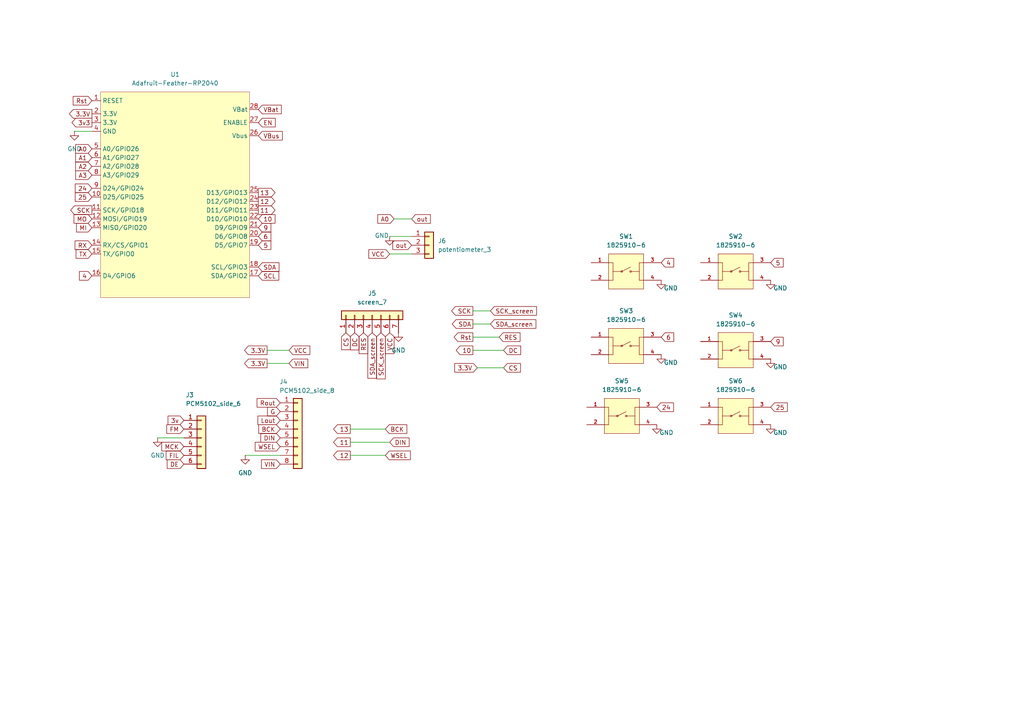
<source format=kicad_sch>
(kicad_sch (version 20250114) (generator "eeschema") (generator_version "9.0")
  (paper "A4")
  (lib_symbols
    (symbol "1825910-6:1825910-6" (pin_names (offset 1.016))
      (property "Reference" "SW" (at -5.0897 5.8532 0))
      (property "Value" "1825910-6" (at -5.0883 -7.6325 0))
      (symbol "1825910-6_0_0"
        (polyline (pts (xy -5.08 2.54) (xy -3.81 2.54)) (stroke (width 0.127)))
        (rectangle (start -5.08 -5.08) (end 5.08 5.08) (stroke (width 0.127)) (fill (type background)))
        (polyline (pts (xy -3.81 2.54) (xy -3.81 0)) (stroke (width 0.127)))
        (polyline (pts (xy -3.81 0) (xy -3.81 -2.54)) (stroke (width 0.127)))
        (polyline (pts (xy -3.81 0) (xy -1.27 0)) (stroke (width 0.127)))
        (polyline (pts (xy -3.81 -2.54) (xy -5.08 -2.54)) (stroke (width 0.127)))
        (circle (center -1.27 0) (radius 0.254) (stroke (width 0.127)))
        (polyline (pts (xy -1.27 0) (xy 1.27 1.27)) (stroke (width 0.127)))
        (polyline (pts (xy 1.27 0) (xy 3.81 0)) (stroke (width 0.127)))
        (circle (center 1.27 0) (radius 0.254) (stroke (width 0.127)))
        (polyline (pts (xy 3.81 2.54) (xy 5.08 2.54)) (stroke (width 0.127)))
        (polyline (pts (xy 3.81 0) (xy 3.81 2.54)) (stroke (width 0.127)))
        (polyline (pts (xy 3.81 0) (xy 3.81 -2.54)) (stroke (width 0.127)))
        (polyline (pts (xy 3.81 -2.54) (xy 5.08 -2.54)) (stroke (width 0.127)))
        (pin passive line (at -10.16 2.54 0) (length 5.08) (name "~") (number "1"))
        (pin passive line (at -10.16 -2.54 0) (length 5.08) (name "~") (number "2"))
        (pin passive line (at 10.16 2.54 180) (length 5.08) (name "~") (number "3"))
        (pin passive line (at 10.16 -2.54 180) (length 5.08) (name "~") (number "4"))
      )
    )
    (symbol "Adafruit-Feather-RP2040:Adafruit-Feather-RP2040"
      (property "Reference" "U" (at -0.127 33.528 0))
      (property "Value" "Adafruit-Feather-RP2040" (at 0 31.75 0))
      (symbol "Adafruit-Feather-RP2040_0_1"
        (rectangle (start -21.59 30.48) (end 21.59 -29.21) (stroke (width 0.001)) (fill (type background)))
      )
      (symbol "Adafruit-Feather-RP2040_1_1"
        (pin input line (at -24.13 27.94 0) (length 2.54) (name "RESET") (number "1"))
        (pin power_out line (at -24.13 24.13 0) (length 2.54) (name "3.3V") (number "2"))
        (pin power_out line (at -24.13 21.59 0) (length 2.54) (name "3.3V") (number "3"))
        (pin power_out line (at -24.13 19.05 0) (length 2.54) (name "GND") (number "4"))
        (pin bidirectional line (at -24.13 13.97 0) (length 2.54) (name "A0/GPIO26") (number "5"))
        (pin bidirectional line (at -24.13 11.43 0) (length 2.54) (name "A1/GPIO27") (number "6"))
        (pin bidirectional line (at -24.13 8.89 0) (length 2.54) (name "A2/GPIO28") (number "7"))
        (pin bidirectional line (at -24.13 6.35 0) (length 2.54) (name "A3/GPIO29") (number "8"))
        (pin bidirectional line (at -24.13 2.54 0) (length 2.54) (name "D24/GPIO24") (number "9"))
        (pin bidirectional line (at -24.13 0 0) (length 2.54) (name "D25/GPIO25") (number "10"))
        (pin bidirectional line (at -24.13 -3.81 0) (length 2.54) (name "SCK/GPIO18") (number "11"))
        (pin bidirectional line (at -24.13 -6.35 0) (length 2.54) (name "MOSI/GPIO19") (number "12"))
        (pin bidirectional line (at -24.13 -8.89 0) (length 2.54) (name "MISO/GPIO20") (number "13"))
        (pin bidirectional line (at -24.13 -13.97 0) (length 2.54) (name "RX/CS/GPIO1") (number "14"))
        (pin bidirectional line (at -24.13 -16.51 0) (length 2.54) (name "TX/GPIO0") (number "15"))
        (pin bidirectional line (at -24.13 -22.86 0) (length 2.54) (name "D4/GPIO6") (number "16"))
        (pin input line (at 24.13 25.4 180) (length 2.54) (name "VBat") (number "28"))
        (pin input line (at 24.13 21.59 180) (length 2.54) (name "ENABLE") (number "27"))
        (pin power_out line (at 24.13 17.78 180) (length 2.54) (name "Vbus") (number "26"))
        (pin bidirectional line (at 24.13 1.27 180) (length 2.54) (name "D13/GPIO13") (number "25"))
        (pin bidirectional line (at 24.13 -1.27 180) (length 2.54) (name "D12/GPIO12") (number "24"))
        (pin bidirectional line (at 24.13 -3.81 180) (length 2.54) (name "D11/GPIO11") (number "23"))
        (pin bidirectional line (at 24.13 -6.35 180) (length 2.54) (name "D10/GPIO10") (number "22"))
        (pin bidirectional line (at 24.13 -8.89 180) (length 2.54) (name "D9/GPIO9") (number "21"))
        (pin bidirectional line (at 24.13 -11.43 180) (length 2.54) (name "D6/GPIO8") (number "20"))
        (pin bidirectional line (at 24.13 -13.97 180) (length 2.54) (name "D5/GPIO7") (number "19"))
        (pin bidirectional line (at 24.13 -20.32 180) (length 2.54) (name "SCL/GPIO3") (number "18"))
        (pin bidirectional line (at 24.13 -22.86 180) (length 2.54) (name "SDA/GPIO2") (number "17"))
      )
    )
    (symbol "Connector_Generic:Conn_01x03" (pin_names (offset 1.016) (hide yes))
      (property "Reference" "J" (at 0 5.08 0))
      (property "Value" "Conn_01x03" (at 0 -5.08 0))
      (symbol "Conn_01x03_1_1"
        (rectangle (start -1.27 3.81) (end 1.27 -3.81) (stroke (width 0.254)) (fill (type background)))
        (rectangle (start -1.27 2.667) (end 0 2.413) (stroke (width 0.1524)))
        (rectangle (start -1.27 0.127) (end 0 -0.127) (stroke (width 0.1524)))
        (rectangle (start -1.27 -2.413) (end 0 -2.667) (stroke (width 0.1524)))
        (pin passive line (at -5.08 2.54 0) (length 3.81) (name "Pin_1") (number "1"))
        (pin passive line (at -5.08 0 0) (length 3.81) (name "Pin_2") (number "2"))
        (pin passive line (at -5.08 -2.54 0) (length 3.81) (name "Pin_3") (number "3"))
      )
    )
    (symbol "Connector_Generic:Conn_01x06" (pin_names (offset 1.016) (hide yes))
      (property "Reference" "J" (at 0 7.62 0))
      (property "Value" "Conn_01x06" (at 0 -10.16 0))
      (symbol "Conn_01x06_1_1"
        (rectangle (start -1.27 6.35) (end 1.27 -8.89) (stroke (width 0.254)) (fill (type background)))
        (rectangle (start -1.27 5.207) (end 0 4.953) (stroke (width 0.1524)))
        (rectangle (start -1.27 2.667) (end 0 2.413) (stroke (width 0.1524)))
        (rectangle (start -1.27 0.127) (end 0 -0.127) (stroke (width 0.1524)))
        (rectangle (start -1.27 -2.413) (end 0 -2.667) (stroke (width 0.1524)))
        (rectangle (start -1.27 -4.953) (end 0 -5.207) (stroke (width 0.1524)))
        (rectangle (start -1.27 -7.493) (end 0 -7.747) (stroke (width 0.1524)))
        (pin passive line (at -5.08 5.08 0) (length 3.81) (name "Pin_1") (number "1"))
        (pin passive line (at -5.08 2.54 0) (length 3.81) (name "Pin_2") (number "2"))
        (pin passive line (at -5.08 0 0) (length 3.81) (name "Pin_3") (number "3"))
        (pin passive line (at -5.08 -2.54 0) (length 3.81) (name "Pin_4") (number "4"))
        (pin passive line (at -5.08 -5.08 0) (length 3.81) (name "Pin_5") (number "5"))
        (pin passive line (at -5.08 -7.62 0) (length 3.81) (name "Pin_6") (number "6"))
      )
    )
    (symbol "Connector_Generic:Conn_01x07" (pin_names (offset 1.016) (hide yes))
      (property "Reference" "J" (at 0 10.16 0))
      (property "Value" "Conn_01x07" (at 0 -10.16 0))
      (symbol "Conn_01x07_1_1"
        (rectangle (start -1.27 8.89) (end 1.27 -8.89) (stroke (width 0.254)) (fill (type background)))
        (rectangle (start -1.27 7.747) (end 0 7.493) (stroke (width 0.1524)))
        (rectangle (start -1.27 5.207) (end 0 4.953) (stroke (width 0.1524)))
        (rectangle (start -1.27 2.667) (end 0 2.413) (stroke (width 0.1524)))
        (rectangle (start -1.27 0.127) (end 0 -0.127) (stroke (width 0.1524)))
        (rectangle (start -1.27 -2.413) (end 0 -2.667) (stroke (width 0.1524)))
        (rectangle (start -1.27 -4.953) (end 0 -5.207) (stroke (width 0.1524)))
        (rectangle (start -1.27 -7.493) (end 0 -7.747) (stroke (width 0.1524)))
        (pin passive line (at -5.08 7.62 0) (length 3.81) (name "Pin_1") (number "1"))
        (pin passive line (at -5.08 5.08 0) (length 3.81) (name "Pin_2") (number "2"))
        (pin passive line (at -5.08 2.54 0) (length 3.81) (name "Pin_3") (number "3"))
        (pin passive line (at -5.08 0 0) (length 3.81) (name "Pin_4") (number "4"))
        (pin passive line (at -5.08 -2.54 0) (length 3.81) (name "Pin_5") (number "5"))
        (pin passive line (at -5.08 -5.08 0) (length 3.81) (name "Pin_6") (number "6"))
        (pin passive line (at -5.08 -7.62 0) (length 3.81) (name "Pin_7") (number "7"))
      )
    )
    (symbol "Connector_Generic:Conn_01x08" (pin_names (offset 1.016) (hide yes))
      (property "Reference" "J" (at 0 10.16 0))
      (property "Value" "Conn_01x08" (at 0 -12.7 0))
      (symbol "Conn_01x08_1_1"
        (rectangle (start -1.27 8.89) (end 1.27 -11.43) (stroke (width 0.254)) (fill (type background)))
        (rectangle (start -1.27 7.747) (end 0 7.493) (stroke (width 0.1524)))
        (rectangle (start -1.27 5.207) (end 0 4.953) (stroke (width 0.1524)))
        (rectangle (start -1.27 2.667) (end 0 2.413) (stroke (width 0.1524)))
        (rectangle (start -1.27 0.127) (end 0 -0.127) (stroke (width 0.1524)))
        (rectangle (start -1.27 -2.413) (end 0 -2.667) (stroke (width 0.1524)))
        (rectangle (start -1.27 -4.953) (end 0 -5.207) (stroke (width 0.1524)))
        (rectangle (start -1.27 -7.493) (end 0 -7.747) (stroke (width 0.1524)))
        (rectangle (start -1.27 -10.033) (end 0 -10.287) (stroke (width 0.1524)))
        (pin passive line (at -5.08 7.62 0) (length 3.81) (name "Pin_1") (number "1"))
        (pin passive line (at -5.08 5.08 0) (length 3.81) (name "Pin_2") (number "2"))
        (pin passive line (at -5.08 2.54 0) (length 3.81) (name "Pin_3") (number "3"))
        (pin passive line (at -5.08 0 0) (length 3.81) (name "Pin_4") (number "4"))
        (pin passive line (at -5.08 -2.54 0) (length 3.81) (name "Pin_5") (number "5"))
        (pin passive line (at -5.08 -5.08 0) (length 3.81) (name "Pin_6") (number "6"))
        (pin passive line (at -5.08 -7.62 0) (length 3.81) (name "Pin_7") (number "7"))
        (pin passive line (at -5.08 -10.16 0) (length 3.81) (name "Pin_8") (number "8"))
      )
    )
    (symbol "power:GND" (power) (pin_numbers (hide yes)) (pin_names (offset 0) (hide yes))
      (property "Value" "GND" (at 0 -3.81 0))
      (symbol "GND_0_1"
        (polyline (pts (xy 0 0) (xy 0 -1.27) (xy 1.27 -1.27) (xy 0 -2.54) (xy -1.27 -1.27) (xy 0 -1.27)))
      )
      (symbol "GND_1_1"
        (pin power_in line (at 0 0 270) (length 0) (name "~") (number "1"))
      )
    )
  )
  (wire (pts (xy 77.47 105.41) (xy 83.82 105.41)))
  (wire (pts (xy 77.47 101.6) (xy 83.82 101.6)))
  (wire (pts (xy 113.03 68.58) (xy 119.38 68.58)))
  (wire (pts (xy 113.03 73.66) (xy 119.38 73.66)))
  (wire (pts (xy 101.6 124.46) (xy 111.76 124.46)))
  (wire (pts (xy 137.16 93.98) (xy 142.24 93.98)))
  (wire (pts (xy 101.6 132.08) (xy 111.76 132.08)))
  (wire (pts (xy 137.16 97.79) (xy 144.78 97.79)))
  (wire (pts (xy 45.72 127) (xy 53.34 127)))
  (wire (pts (xy 138.43 106.68) (xy 146.05 106.68)))
  (wire (pts (xy 101.6 128.27) (xy 113.03 128.27)))
  (wire (pts (xy 71.12 132.08) (xy 81.28 132.08)))
  (wire (pts (xy 137.16 90.17) (xy 142.24 90.17)))
  (wire (pts (xy 137.16 101.6) (xy 146.05 101.6)))
  (wire (pts (xy 21.59 38.1) (xy 26.67 38.1)))
  (wire (pts (xy 114.3 63.5) (xy 119.38 63.5)))
  (global_label "WSEL" (shape input) (at 111.76 132.08 0) (property "Intersheetrefs" "${INTERSHEET_REFS}" (effects (hide yes))))
  (global_label "G" (shape input) (at 81.28 119.38 180) (property "Intersheetrefs" "${INTERSHEET_REFS}" (effects (hide yes))))
  (global_label "RES" (shape input) (at 144.78 97.79 0) (property "Intersheetrefs" "${INTERSHEET_REFS}" (effects (hide yes))))
  (global_label "SDA_screen" (shape input) (at 107.95 96.52 270) (property "Intersheetrefs" "${INTERSHEET_REFS}" (effects (hide yes))))
  (global_label "9" (shape input) (at 74.93 66.04 0) (property "Intersheetrefs" "${INTERSHEET_REFS}" (effects (hide yes))))
  (global_label "SDA" (shape output) (at 137.16 93.98 180) (property "Intersheetrefs" "${INTERSHEET_REFS}" (effects (hide yes))))
  (global_label "FM" (shape input) (at 53.34 124.46 180) (property "Intersheetrefs" "${INTERSHEET_REFS}" (effects (hide yes))))
  (global_label "SCK" (shape output) (at 137.16 90.17 180) (property "Intersheetrefs" "${INTERSHEET_REFS}" (effects (hide yes))))
  (global_label "VIN" (shape input) (at 81.28 134.62 180) (property "Intersheetrefs" "${INTERSHEET_REFS}" (effects (hide yes))))
  (global_label "FIL" (shape input) (at 53.34 132.08 180) (property "Intersheetrefs" "${INTERSHEET_REFS}" (effects (hide yes))))
  (global_label "4" (shape input) (at 26.67 80.01 180) (property "Intersheetrefs" "${INTERSHEET_REFS}" (effects (hide yes))))
  (global_label "10" (shape input) (at 74.93 63.5 0) (property "Intersheetrefs" "${INTERSHEET_REFS}" (effects (hide yes))))
  (global_label "VIN" (shape input) (at 83.82 105.41 0) (property "Intersheetrefs" "${INTERSHEET_REFS}" (effects (hide yes))))
  (global_label "A0" (shape input) (at 26.67 43.18 180) (property "Intersheetrefs" "${INTERSHEET_REFS}" (effects (hide yes))))
  (global_label "Rst" (shape input) (at 26.67 29.21 180) (property "Intersheetrefs" "${INTERSHEET_REFS}" (effects (hide yes))))
  (global_label "25" (shape input) (at 223.52 118.11 0) (property "Intersheetrefs" "${INTERSHEET_REFS}" (effects (hide yes))))
  (global_label "DE" (shape input) (at 53.34 134.62 180) (property "Intersheetrefs" "${INTERSHEET_REFS}" (effects (hide yes))))
  (global_label "EN" (shape input) (at 74.93 35.56 0) (property "Intersheetrefs" "${INTERSHEET_REFS}" (effects (hide yes))))
  (global_label "10" (shape output) (at 137.16 101.6 180) (property "Intersheetrefs" "${INTERSHEET_REFS}" (effects (hide yes))))
  (global_label "CS" (shape input) (at 100.33 96.52 270) (property "Intersheetrefs" "${INTERSHEET_REFS}" (effects (hide yes))))
  (global_label "12" (shape output) (at 101.6 132.08 180) (property "Intersheetrefs" "${INTERSHEET_REFS}" (effects (hide yes))))
  (global_label "A1" (shape input) (at 26.67 45.72 180) (property "Intersheetrefs" "${INTERSHEET_REFS}" (effects (hide yes))))
  (global_label "3v3" (shape output) (at 26.67 35.56 180) (property "Intersheetrefs" "${INTERSHEET_REFS}" (effects (hide yes))))
  (global_label "MI" (shape input) (at 26.67 66.04 180) (property "Intersheetrefs" "${INTERSHEET_REFS}" (effects (hide yes))))
  (global_label "DC" (shape input) (at 146.05 101.6 0) (property "Intersheetrefs" "${INTERSHEET_REFS}" (effects (hide yes))))
  (global_label "TX" (shape input) (at 26.67 73.66 180) (property "Intersheetrefs" "${INTERSHEET_REFS}" (effects (hide yes))))
  (global_label "SCK" (shape output) (at 26.67 60.96 180) (property "Intersheetrefs" "${INTERSHEET_REFS}" (effects (hide yes))))
  (global_label "DIN" (shape input) (at 113.03 128.27 0) (property "Intersheetrefs" "${INTERSHEET_REFS}" (effects (hide yes))))
  (global_label "RES" (shape input) (at 105.41 96.52 270) (property "Intersheetrefs" "${INTERSHEET_REFS}" (effects (hide yes))))
  (global_label "11" (shape output) (at 101.6 128.27 180) (property "Intersheetrefs" "${INTERSHEET_REFS}" (effects (hide yes))))
  (global_label "VCC" (shape input) (at 113.03 96.52 270) (property "Intersheetrefs" "${INTERSHEET_REFS}" (effects (hide yes))))
  (global_label "VCC" (shape input) (at 113.03 73.66 180) (property "Intersheetrefs" "${INTERSHEET_REFS}" (effects (hide yes))))
  (global_label "Rst" (shape output) (at 137.16 97.79 180) (property "Intersheetrefs" "${INTERSHEET_REFS}" (effects (hide yes))))
  (global_label "CS" (shape input) (at 146.05 106.68 0) (property "Intersheetrefs" "${INTERSHEET_REFS}" (effects (hide yes))))
  (global_label "SCL" (shape input) (at 74.93 80.01 0) (property "Intersheetrefs" "${INTERSHEET_REFS}" (effects (hide yes))))
  (global_label "out" (shape input) (at 119.38 63.5 0) (property "Intersheetrefs" "${INTERSHEET_REFS}" (effects (hide yes))))
  (global_label "DIN" (shape input) (at 81.28 127 180) (property "Intersheetrefs" "${INTERSHEET_REFS}" (effects (hide yes))))
  (global_label "12" (shape output) (at 74.93 58.42 0) (property "Intersheetrefs" "${INTERSHEET_REFS}" (effects (hide yes))))
  (global_label "13" (shape output) (at 101.6 124.46 180) (property "Intersheetrefs" "${INTERSHEET_REFS}" (effects (hide yes))))
  (global_label "WSEL" (shape input) (at 81.28 129.54 180) (property "Intersheetrefs" "${INTERSHEET_REFS}" (effects (hide yes))))
  (global_label "25" (shape input) (at 26.67 57.15 180) (property "Intersheetrefs" "${INTERSHEET_REFS}" (effects (hide yes))))
  (global_label "out" (shape input) (at 119.38 71.12 180) (property "Intersheetrefs" "${INTERSHEET_REFS}" (effects (hide yes))))
  (global_label "3.3V" (shape output) (at 77.47 105.41 180) (property "Intersheetrefs" "${INTERSHEET_REFS}" (effects (hide yes))))
  (global_label "SDA" (shape input) (at 74.93 77.47 0) (property "Intersheetrefs" "${INTERSHEET_REFS}" (effects (hide yes))))
  (global_label "5" (shape input) (at 74.93 71.12 0) (property "Intersheetrefs" "${INTERSHEET_REFS}" (effects (hide yes))))
  (global_label "RX" (shape input) (at 26.67 71.12 180) (property "Intersheetrefs" "${INTERSHEET_REFS}" (effects (hide yes))))
  (global_label "VCC" (shape input) (at 83.82 101.6 0) (property "Intersheetrefs" "${INTERSHEET_REFS}" (effects (hide yes))))
  (global_label "MCK" (shape input) (at 53.34 129.54 180) (property "Intersheetrefs" "${INTERSHEET_REFS}" (effects (hide yes))))
  (global_label "3.3V" (shape input) (at 138.43 106.68 180) (property "Intersheetrefs" "${INTERSHEET_REFS}" (effects (hide yes))))
  (global_label "24" (shape input) (at 26.67 54.61 180) (property "Intersheetrefs" "${INTERSHEET_REFS}" (effects (hide yes))))
  (global_label "5" (shape input) (at 223.52 76.2 0) (property "Intersheetrefs" "${INTERSHEET_REFS}" (effects (hide yes))))
  (global_label "Lout" (shape input) (at 81.28 121.92 180) (property "Intersheetrefs" "${INTERSHEET_REFS}" (effects (hide yes))))
  (global_label "A2" (shape input) (at 26.67 48.26 180) (property "Intersheetrefs" "${INTERSHEET_REFS}" (effects (hide yes))))
  (global_label "VBat" (shape input) (at 74.93 31.75 0) (property "Intersheetrefs" "${INTERSHEET_REFS}" (effects (hide yes))))
  (global_label "13" (shape output) (at 74.93 55.88 0) (property "Intersheetrefs" "${INTERSHEET_REFS}" (effects (hide yes))))
  (global_label "BCK" (shape input) (at 111.76 124.46 0) (property "Intersheetrefs" "${INTERSHEET_REFS}" (effects (hide yes))))
  (global_label "4" (shape input) (at 191.77 76.2 0) (property "Intersheetrefs" "${INTERSHEET_REFS}" (effects (hide yes))))
  (global_label "SCK_screen" (shape input) (at 142.24 90.17 0) (property "Intersheetrefs" "${INTERSHEET_REFS}" (effects (hide yes))))
  (global_label "11" (shape output) (at 74.93 60.96 0) (property "Intersheetrefs" "${INTERSHEET_REFS}" (effects (hide yes))))
  (global_label "6" (shape input) (at 191.77 97.79 0) (property "Intersheetrefs" "${INTERSHEET_REFS}" (effects (hide yes))))
  (global_label "BCK" (shape input) (at 81.28 124.46 180) (property "Intersheetrefs" "${INTERSHEET_REFS}" (effects (hide yes))))
  (global_label "3.3V" (shape output) (at 77.47 101.6 180) (property "Intersheetrefs" "${INTERSHEET_REFS}" (effects (hide yes))))
  (global_label "A3" (shape input) (at 26.67 50.8 180) (property "Intersheetrefs" "${INTERSHEET_REFS}" (effects (hide yes))))
  (global_label "Rout" (shape input) (at 81.28 116.84 180) (property "Intersheetrefs" "${INTERSHEET_REFS}" (effects (hide yes))))
  (global_label "DC" (shape input) (at 102.87 96.52 270) (property "Intersheetrefs" "${INTERSHEET_REFS}" (effects (hide yes))))
  (global_label "MO" (shape input) (at 26.67 63.5 180) (property "Intersheetrefs" "${INTERSHEET_REFS}" (effects (hide yes))))
  (global_label "9" (shape input) (at 223.52 99.06 0) (property "Intersheetrefs" "${INTERSHEET_REFS}" (effects (hide yes))))
  (global_label "SDA_screen" (shape input) (at 142.24 93.98 0) (property "Intersheetrefs" "${INTERSHEET_REFS}" (effects (hide yes))))
  (global_label "3v" (shape input) (at 53.34 121.92 180) (property "Intersheetrefs" "${INTERSHEET_REFS}" (effects (hide yes))))
  (global_label "3.3V" (shape output) (at 26.67 33.02 180) (property "Intersheetrefs" "${INTERSHEET_REFS}" (effects (hide yes))))
  (global_label "SCK_screen" (shape input) (at 110.49 96.52 270) (property "Intersheetrefs" "${INTERSHEET_REFS}" (effects (hide yes))))
  (global_label "VBus" (shape input) (at 74.93 39.37 0) (property "Intersheetrefs" "${INTERSHEET_REFS}" (effects (hide yes))))
  (global_label "24" (shape input) (at 190.5 118.11 0) (property "Intersheetrefs" "${INTERSHEET_REFS}" (effects (hide yes))))
  (global_label "A0" (shape input) (at 114.3 63.5 180) (property "Intersheetrefs" "${INTERSHEET_REFS}" (effects (hide yes))))
  (global_label "6" (shape input) (at 74.93 68.58 0) (property "Intersheetrefs" "${INTERSHEET_REFS}" (effects (hide yes))))
  (symbol (lib_id "power:GND") (at 113.03 68.58 0) (unit 1)
    (property "Reference" "#PWR04" (effects (hide yes)))
    (property "Value" "GND" (at 110.744 68.326 0))
    (property "Description" "Power symbol creates a global label with name \"GND\" , ground" (effects (hide yes)))
  )
  (symbol (lib_id "power:GND") (at 115.57 96.52 0) (unit 1)
    (property "Reference" "#PWR03" (effects (hide yes)))
    (property "Value" "GND" (at 115.57 101.6 0))
    (property "Description" "Power symbol creates a global label with name \"GND\" , ground" (effects (hide yes)))
  )
  (symbol (lib_id "power:GND") (at 191.77 102.87 0) (unit 1)
    (property "Reference" "#PWR08" (effects (hide yes)))
    (property "Value" "GND" (at 194.564 105.156 0))
    (property "Description" "Power symbol creates a global label with name \"GND\" , ground" (effects (hide yes)))
  )
  (symbol (lib_id "1825910-6:1825910-6") (at 181.61 100.33 0) (unit 1)
    (property "Reference" "SW3" (at 181.61 90.17 0))
    (property "Value" "1825910-6" (at 181.61 92.71 0))
    (property "Footprint" "1825910-6:SW_1825910-6-4" (effects (hide yes)))
    (property "Comment" "1825910-6" (effects (hide yes)))
    (property "MF" "TE Connectivity" (effects (hide yes)))
    (property "Description_1" "Switch Push Button OFF (ON) SPST Round Button 0.05A 24VDC Momentary Contact PC Pins Thru-Hole" (effects (hide yes)))
    (property "Package" "None" (effects (hide yes)))
    (property "Price" "None" (effects (hide yes)))
    (property "Check_prices" "https://www.snapeda.com/parts/1825910-6/TE+Connectivity+ALCOSWITCH+Switches/view-part/?ref=eda" (effects (hide yes)))
    (property "STANDARD" "Manufacturer Recommendations" (effects (hide yes)))
    (property "PARTREV" "C10" (effects (hide yes)))
    (property "SnapEDA_Link" "https://www.snapeda.com/parts/1825910-6/TE+Connectivity+ALCOSWITCH+Switches/view-part/?ref=snap" (effects (hide yes)))
    (property "MP" "1825910-6" (effects (hide yes)))
    (property "Availability" "In Stock" (effects (hide yes)))
    (property "MANUFACTURER" "TE CONNECTIVITY" (effects (hide yes)))
  )
  (symbol (lib_id "power:GND") (at 223.52 104.14 0) (unit 1)
    (property "Reference" "#PWR09" (effects (hide yes)))
    (property "Value" "GND" (at 226.314 106.426 0))
    (property "Description" "Power symbol creates a global label with name \"GND\" , ground" (effects (hide yes)))
  )
  (symbol (lib_id "power:GND") (at 223.52 123.19 0) (unit 1)
    (property "Reference" "#PWR011" (effects (hide yes)))
    (property "Value" "GND" (at 226.314 125.476 0))
    (property "Description" "Power symbol creates a global label with name \"GND\" , ground" (effects (hide yes)))
  )
  (symbol (lib_id "Connector_Generic:Conn_01x08") (at 86.36 124.46 0) (unit 1)
    (property "Reference" "J4" (at 81.026 110.744 0) (effects (justify left)))
    (property "Value" "PCM5102_side_8" (at 81.026 113.284 0) (effects (justify left)))
    (property "Footprint" "Connector_PinHeader_2.54mm:PinHeader_1x08_P2.54mm_Vertical" (effects (hide yes)))
    (property "Description" "Generic connector, single row, 01x08, script generated (kicad-library-utils/schlib/autogen/connector/)" (effects (hide yes)))
  )
  (symbol (lib_id "power:GND") (at 191.77 81.28 0) (unit 1)
    (property "Reference" "#PWR06" (effects (hide yes)))
    (property "Value" "GND" (at 194.564 83.566 0))
    (property "Description" "Power symbol creates a global label with name \"GND\" , ground" (effects (hide yes)))
  )
  (symbol (lib_id "1825910-6:1825910-6") (at 180.34 120.65 0) (unit 1)
    (property "Reference" "SW5" (at 180.34 110.49 0))
    (property "Value" "1825910-6" (at 180.34 113.03 0))
    (property "Footprint" "1825910-6:SW_1825910-6-4" (effects (hide yes)))
    (property "Comment" "1825910-6" (effects (hide yes)))
    (property "MF" "TE Connectivity" (effects (hide yes)))
    (property "Description_1" "Switch Push Button OFF (ON) SPST Round Button 0.05A 24VDC Momentary Contact PC Pins Thru-Hole" (effects (hide yes)))
    (property "Package" "None" (effects (hide yes)))
    (property "Price" "None" (effects (hide yes)))
    (property "Check_prices" "https://www.snapeda.com/parts/1825910-6/TE+Connectivity+ALCOSWITCH+Switches/view-part/?ref=eda" (effects (hide yes)))
    (property "STANDARD" "Manufacturer Recommendations" (effects (hide yes)))
    (property "PARTREV" "C10" (effects (hide yes)))
    (property "SnapEDA_Link" "https://www.snapeda.com/parts/1825910-6/TE+Connectivity+ALCOSWITCH+Switches/view-part/?ref=snap" (effects (hide yes)))
    (property "MP" "1825910-6" (effects (hide yes)))
    (property "Availability" "In Stock" (effects (hide yes)))
    (property "MANUFACTURER" "TE CONNECTIVITY" (effects (hide yes)))
  )
  (symbol (lib_id "Connector_Generic:Conn_01x07") (at 107.95 91.44 90) (unit 1)
    (property "Reference" "J5" (at 107.95 85.09 90))
    (property "Value" "screen_7" (at 107.95 87.63 90))
    (property "Footprint" "Connector_PinHeader_2.54mm:PinHeader_1x07_P2.54mm_Vertical" (effects (hide yes)))
    (property "Description" "Generic connector, single row, 01x07, script generated (kicad-library-utils/schlib/autogen/connector/)" (effects (hide yes)))
  )
  (symbol (lib_id "Connector_Generic:Conn_01x06") (at 58.42 127 0) (unit 1)
    (property "Reference" "J3" (at 53.848 114.554 0) (effects (justify left)))
    (property "Value" "PCM5102_side_6" (at 53.848 117.094 0) (effects (justify left)))
    (property "Footprint" "Connector_PinHeader_2.54mm:PinHeader_1x06_P2.54mm_Vertical" (effects (hide yes)))
    (property "Description" "Generic connector, single row, 01x06, script generated (kicad-library-utils/schlib/autogen/connector/)" (effects (hide yes)))
  )
  (symbol (lib_id "1825910-6:1825910-6") (at 213.36 78.74 0) (unit 1)
    (property "Reference" "SW2" (at 213.36 68.58 0))
    (property "Value" "1825910-6" (at 213.36 71.12 0))
    (property "Footprint" "1825910-6:SW_1825910-6-4" (effects (hide yes)))
    (property "Comment" "1825910-6" (effects (hide yes)))
    (property "MF" "TE Connectivity" (effects (hide yes)))
    (property "Description_1" "Switch Push Button OFF (ON) SPST Round Button 0.05A 24VDC Momentary Contact PC Pins Thru-Hole" (effects (hide yes)))
    (property "Package" "None" (effects (hide yes)))
    (property "Price" "None" (effects (hide yes)))
    (property "Check_prices" "https://www.snapeda.com/parts/1825910-6/TE+Connectivity+ALCOSWITCH+Switches/view-part/?ref=eda" (effects (hide yes)))
    (property "STANDARD" "Manufacturer Recommendations" (effects (hide yes)))
    (property "PARTREV" "C10" (effects (hide yes)))
    (property "SnapEDA_Link" "https://www.snapeda.com/parts/1825910-6/TE+Connectivity+ALCOSWITCH+Switches/view-part/?ref=snap" (effects (hide yes)))
    (property "MP" "1825910-6" (effects (hide yes)))
    (property "Availability" "In Stock" (effects (hide yes)))
    (property "MANUFACTURER" "TE CONNECTIVITY" (effects (hide yes)))
  )
  (symbol (lib_id "1825910-6:1825910-6") (at 181.61 78.74 0) (unit 1)
    (property "Reference" "SW1" (at 181.61 68.58 0))
    (property "Value" "1825910-6" (at 181.61 71.12 0))
    (property "Footprint" "1825910-6:SW_1825910-6-4" (effects (hide yes)))
    (property "Comment" "1825910-6" (effects (hide yes)))
    (property "MF" "TE Connectivity" (effects (hide yes)))
    (property "Description_1" "Switch Push Button OFF (ON) SPST Round Button 0.05A 24VDC Momentary Contact PC Pins Thru-Hole" (effects (hide yes)))
    (property "Package" "None" (effects (hide yes)))
    (property "Price" "None" (effects (hide yes)))
    (property "Check_prices" "https://www.snapeda.com/parts/1825910-6/TE+Connectivity+ALCOSWITCH+Switches/view-part/?ref=eda" (effects (hide yes)))
    (property "STANDARD" "Manufacturer Recommendations" (effects (hide yes)))
    (property "PARTREV" "C10" (effects (hide yes)))
    (property "SnapEDA_Link" "https://www.snapeda.com/parts/1825910-6/TE+Connectivity+ALCOSWITCH+Switches/view-part/?ref=snap" (effects (hide yes)))
    (property "MP" "1825910-6" (effects (hide yes)))
    (property "Availability" "In Stock" (effects (hide yes)))
    (property "MANUFACTURER" "TE CONNECTIVITY" (effects (hide yes)))
  )
  (symbol (lib_id "1825910-6:1825910-6") (at 213.36 120.65 0) (unit 1)
    (property "Reference" "SW6" (at 213.36 110.49 0))
    (property "Value" "1825910-6" (at 213.36 113.03 0))
    (property "Footprint" "1825910-6:SW_1825910-6-4" (effects (hide yes)))
    (property "Comment" "1825910-6" (effects (hide yes)))
    (property "MF" "TE Connectivity" (effects (hide yes)))
    (property "Description_1" "Switch Push Button OFF (ON) SPST Round Button 0.05A 24VDC Momentary Contact PC Pins Thru-Hole" (effects (hide yes)))
    (property "Package" "None" (effects (hide yes)))
    (property "Price" "None" (effects (hide yes)))
    (property "Check_prices" "https://www.snapeda.com/parts/1825910-6/TE+Connectivity+ALCOSWITCH+Switches/view-part/?ref=eda" (effects (hide yes)))
    (property "STANDARD" "Manufacturer Recommendations" (effects (hide yes)))
    (property "PARTREV" "C10" (effects (hide yes)))
    (property "SnapEDA_Link" "https://www.snapeda.com/parts/1825910-6/TE+Connectivity+ALCOSWITCH+Switches/view-part/?ref=snap" (effects (hide yes)))
    (property "MP" "1825910-6" (effects (hide yes)))
    (property "Availability" "In Stock" (effects (hide yes)))
    (property "MANUFACTURER" "TE CONNECTIVITY" (effects (hide yes)))
  )
  (symbol (lib_id "1825910-6:1825910-6") (at 213.36 101.6 0) (unit 1)
    (property "Reference" "SW4" (at 213.36 91.44 0))
    (property "Value" "1825910-6" (at 213.36 93.98 0))
    (property "Footprint" "1825910-6:SW_1825910-6-4" (effects (hide yes)))
    (property "Comment" "1825910-6" (effects (hide yes)))
    (property "MF" "TE Connectivity" (effects (hide yes)))
    (property "Description_1" "Switch Push Button OFF (ON) SPST Round Button 0.05A 24VDC Momentary Contact PC Pins Thru-Hole" (effects (hide yes)))
    (property "Package" "None" (effects (hide yes)))
    (property "Price" "None" (effects (hide yes)))
    (property "Check_prices" "https://www.snapeda.com/parts/1825910-6/TE+Connectivity+ALCOSWITCH+Switches/view-part/?ref=eda" (effects (hide yes)))
    (property "STANDARD" "Manufacturer Recommendations" (effects (hide yes)))
    (property "PARTREV" "C10" (effects (hide yes)))
    (property "SnapEDA_Link" "https://www.snapeda.com/parts/1825910-6/TE+Connectivity+ALCOSWITCH+Switches/view-part/?ref=snap" (effects (hide yes)))
    (property "MP" "1825910-6" (effects (hide yes)))
    (property "Availability" "In Stock" (effects (hide yes)))
    (property "MANUFACTURER" "TE CONNECTIVITY" (effects (hide yes)))
  )
  (symbol (lib_id "power:GND") (at 223.52 81.28 0) (unit 1)
    (property "Reference" "#PWR07" (effects (hide yes)))
    (property "Value" "GND" (at 226.314 83.566 0))
    (property "Description" "Power symbol creates a global label with name \"GND\" , ground" (effects (hide yes)))
  )
  (symbol (lib_id "power:GND") (at 45.72 127 0) (unit 1)
    (property "Reference" "#PWR01" (effects (hide yes)))
    (property "Value" "GND" (at 45.72 132.08 0))
    (property "Description" "Power symbol creates a global label with name \"GND\" , ground" (effects (hide yes)))
  )
  (symbol (lib_id "Connector_Generic:Conn_01x03") (at 124.46 71.12 0) (unit 1)
    (property "Reference" "J6" (at 127 69.8499 0) (effects (justify left)))
    (property "Value" "potentiometer_3" (at 127 72.3899 0) (effects (justify left)))
    (property "Footprint" "Connector_PinHeader_2.54mm:PinHeader_1x03_P2.54mm_Vertical" (effects (hide yes)))
    (property "Description" "Generic connector, single row, 01x03, script generated (kicad-library-utils/schlib/autogen/connector/)" (effects (hide yes)))
  )
  (symbol (lib_id "power:GND") (at 71.12 132.08 0) (unit 1)
    (property "Reference" "#PWR02" (effects (hide yes)))
    (property "Value" "GND" (at 71.12 137.16 0))
    (property "Description" "Power symbol creates a global label with name \"GND\" , ground" (effects (hide yes)))
  )
  (symbol (lib_id "power:GND") (at 21.59 38.1 0) (unit 1)
    (property "Reference" "#PWR012" (effects (hide yes)))
    (property "Value" "GND" (at 21.59 43.18 0))
    (property "Description" "Power symbol creates a global label with name \"GND\" , ground" (effects (hide yes)))
  )
  (symbol (lib_id "Adafruit-Feather-RP2040:Adafruit-Feather-RP2040") (at 50.8 57.15 0) (unit 1)
    (property "Reference" "U1" (at 50.8 21.59 0))
    (property "Value" "Adafruit-Feather-RP2040" (at 50.8 24.13 0))
    (property "Footprint" "Adafruit-RP2040-KiCAD-main:Adafruit-Feather-RP2040" (effects (hide yes)))
  )
  (symbol (lib_id "power:GND") (at 190.5 123.19 0) (unit 1)
    (property "Reference" "#PWR010" (effects (hide yes)))
    (property "Value" "GND" (at 193.294 125.476 0))
    (property "Description" "Power symbol creates a global label with name \"GND\" , ground" (effects (hide yes)))
  )
)
</source>
